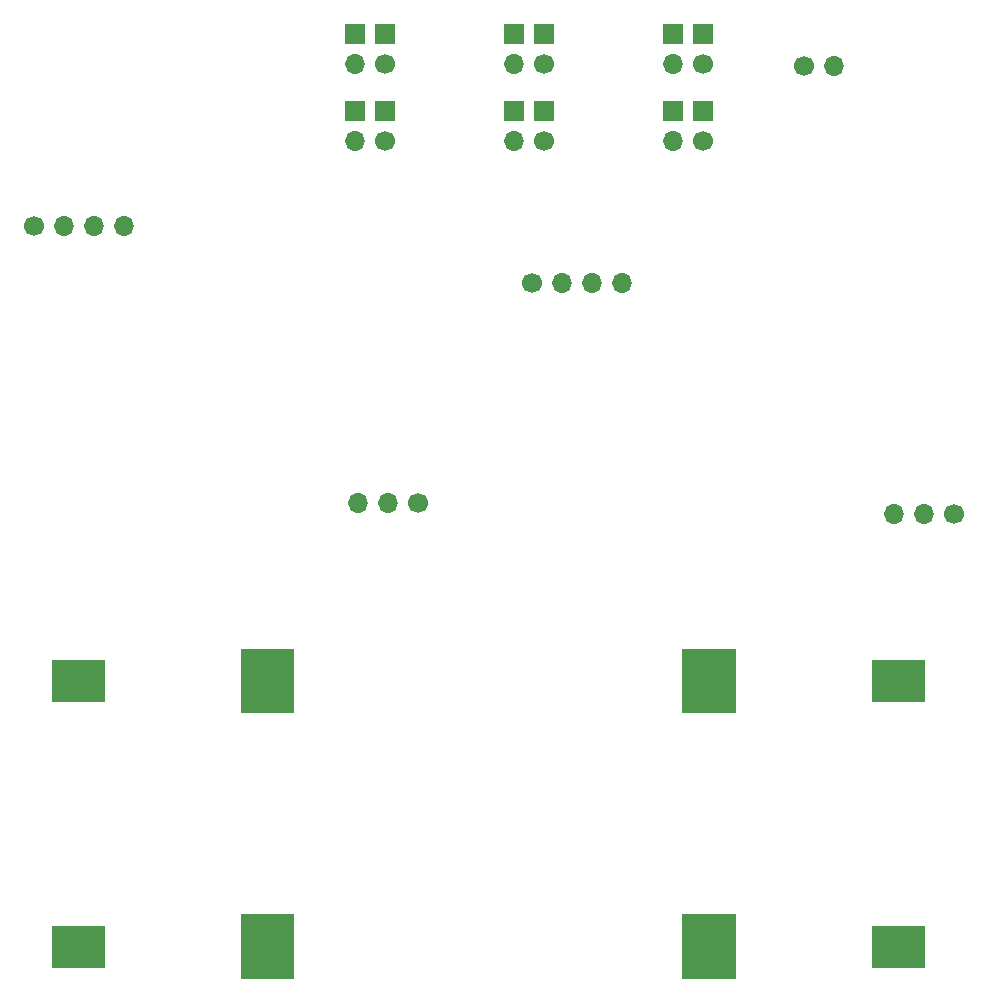
<source format=gbs>
%TF.GenerationSoftware,KiCad,Pcbnew,6.0.11+dfsg-1*%
%TF.CreationDate,2023-05-03T21:30:49-05:00*%
%TF.ProjectId,CubesatPwrBoard,43756265-7361-4745-9077-72426f617264,rev?*%
%TF.SameCoordinates,Original*%
%TF.FileFunction,Soldermask,Bot*%
%TF.FilePolarity,Negative*%
%FSLAX46Y46*%
G04 Gerber Fmt 4.6, Leading zero omitted, Abs format (unit mm)*
G04 Created by KiCad (PCBNEW 6.0.11+dfsg-1) date 2023-05-03 21:30:49*
%MOMM*%
%LPD*%
G01*
G04 APERTURE LIST*
%ADD10C,0.010000*%
%ADD11C,1.700000*%
%ADD12R,1.700000X1.700000*%
%ADD13O,1.700000X1.700000*%
G04 APERTURE END LIST*
%TO.C,J3*%
G36*
X135380000Y-107700000D02*
G01*
X130940000Y-107700000D01*
X130940000Y-102300000D01*
X135380000Y-102300000D01*
X135380000Y-107700000D01*
G37*
D10*
X135380000Y-107700000D02*
X130940000Y-107700000D01*
X130940000Y-102300000D01*
X135380000Y-102300000D01*
X135380000Y-107700000D01*
G36*
X119370000Y-106750000D02*
G01*
X114930000Y-106750000D01*
X114930000Y-103250000D01*
X119370000Y-103250000D01*
X119370000Y-106750000D01*
G37*
X119370000Y-106750000D02*
X114930000Y-106750000D01*
X114930000Y-103250000D01*
X119370000Y-103250000D01*
X119370000Y-106750000D01*
%TO.C,J6*%
G36*
X172760000Y-130200000D02*
G01*
X168320000Y-130200000D01*
X168320000Y-124800000D01*
X172760000Y-124800000D01*
X172760000Y-130200000D01*
G37*
X172760000Y-130200000D02*
X168320000Y-130200000D01*
X168320000Y-124800000D01*
X172760000Y-124800000D01*
X172760000Y-130200000D01*
G36*
X188770000Y-129250000D02*
G01*
X184330000Y-129250000D01*
X184330000Y-125750000D01*
X188770000Y-125750000D01*
X188770000Y-129250000D01*
G37*
X188770000Y-129250000D02*
X184330000Y-129250000D01*
X184330000Y-125750000D01*
X188770000Y-125750000D01*
X188770000Y-129250000D01*
%TO.C,J5*%
G36*
X135380000Y-130200000D02*
G01*
X130940000Y-130200000D01*
X130940000Y-124800000D01*
X135380000Y-124800000D01*
X135380000Y-130200000D01*
G37*
X135380000Y-130200000D02*
X130940000Y-130200000D01*
X130940000Y-124800000D01*
X135380000Y-124800000D01*
X135380000Y-130200000D01*
G36*
X119370000Y-129250000D02*
G01*
X114930000Y-129250000D01*
X114930000Y-125750000D01*
X119370000Y-125750000D01*
X119370000Y-129250000D01*
G37*
X119370000Y-129250000D02*
X114930000Y-129250000D01*
X114930000Y-125750000D01*
X119370000Y-125750000D01*
X119370000Y-129250000D01*
%TO.C,J4*%
G36*
X172760000Y-107700000D02*
G01*
X168320000Y-107700000D01*
X168320000Y-102300000D01*
X172760000Y-102300000D01*
X172760000Y-107700000D01*
G37*
X172760000Y-107700000D02*
X168320000Y-107700000D01*
X168320000Y-102300000D01*
X172760000Y-102300000D01*
X172760000Y-107700000D01*
G36*
X188770000Y-106750000D02*
G01*
X184330000Y-106750000D01*
X184330000Y-103250000D01*
X188770000Y-103250000D01*
X188770000Y-106750000D01*
G37*
X188770000Y-106750000D02*
X184330000Y-106750000D01*
X184330000Y-103250000D01*
X188770000Y-103250000D01*
X188770000Y-106750000D01*
%TD*%
D11*
%TO.C,J11*%
X170100000Y-52790000D03*
D12*
X170100000Y-50250000D03*
D13*
X167560000Y-52790000D03*
D12*
X167560000Y-50250000D03*
%TD*%
D11*
%TO.C,J12*%
X156585000Y-52790000D03*
D12*
X156585000Y-50250000D03*
D13*
X154045000Y-52790000D03*
D12*
X154045000Y-50250000D03*
%TD*%
D11*
%TO.C,J2*%
X155545000Y-71316250D03*
D13*
X158085000Y-71316250D03*
X160625000Y-71316250D03*
X163165000Y-71316250D03*
%TD*%
D11*
%TO.C,J15*%
X156585000Y-59290000D03*
D12*
X156585000Y-56750000D03*
D13*
X154045000Y-59290000D03*
D12*
X154045000Y-56750000D03*
%TD*%
D11*
%TO.C,J8*%
X191286300Y-90928977D03*
D13*
X188746300Y-90928977D03*
X186206300Y-90928977D03*
%TD*%
D11*
%TO.C,J1*%
X113382500Y-66510000D03*
D13*
X115922500Y-66510000D03*
X118462500Y-66510000D03*
X121002500Y-66510000D03*
%TD*%
D11*
%TO.C,J13*%
X143155000Y-52790000D03*
D12*
X143155000Y-50250000D03*
D13*
X140615000Y-52790000D03*
D12*
X140615000Y-50250000D03*
%TD*%
D11*
%TO.C,J7*%
X145930000Y-90000000D03*
D13*
X143390000Y-90000000D03*
X140850000Y-90000000D03*
%TD*%
D11*
%TO.C,J9*%
X178610000Y-53000000D03*
D13*
X181150000Y-53000000D03*
%TD*%
D11*
%TO.C,J14*%
X143155000Y-59290000D03*
D12*
X143155000Y-56750000D03*
D13*
X140615000Y-59290000D03*
D12*
X140615000Y-56750000D03*
%TD*%
D11*
%TO.C,J10*%
X170100000Y-59290000D03*
D12*
X170100000Y-56750000D03*
D13*
X167560000Y-59290000D03*
D12*
X167560000Y-56750000D03*
%TD*%
M02*

</source>
